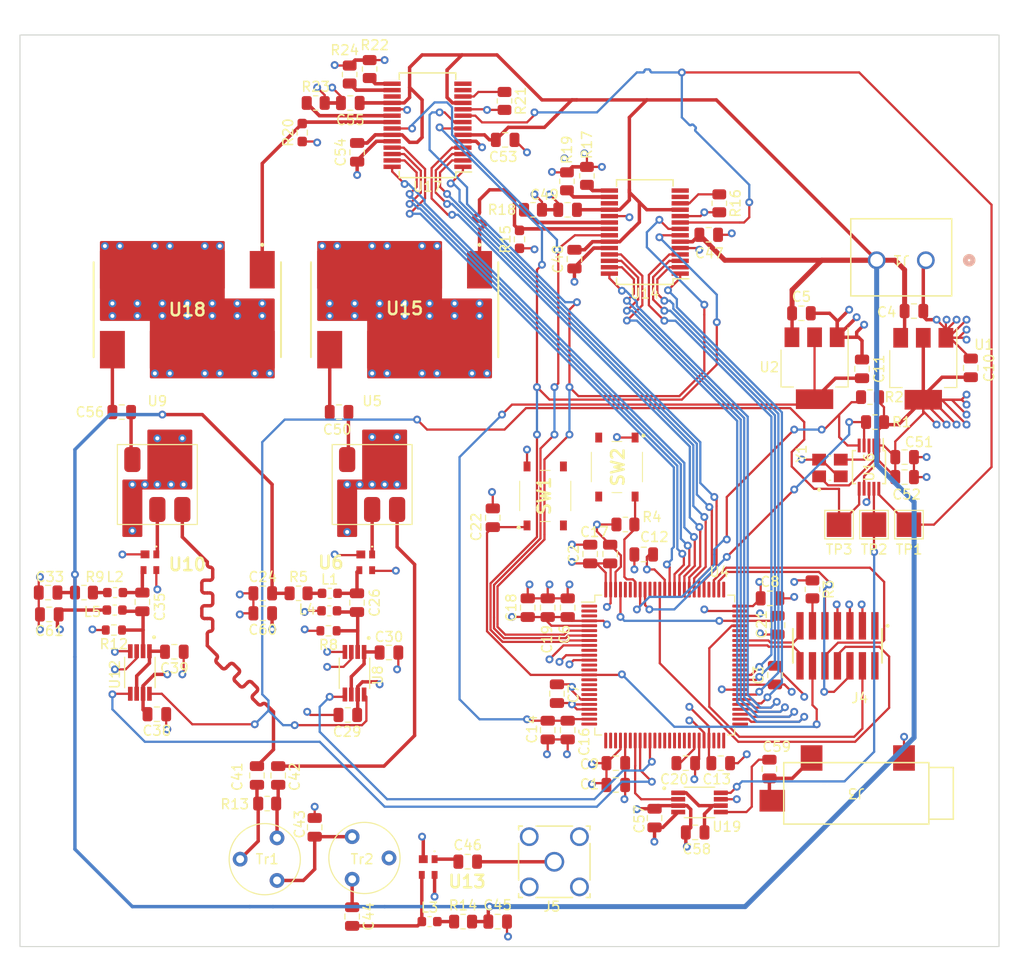
<source format=kicad_pcb>
(kicad_pcb (version 20221018) (generator pcbnew)

  (general
    (thickness 1.57884)
  )

  (paper "A4")
  (layers
    (0 "F.Cu" signal)
    (1 "In1.Cu" signal)
    (2 "In2.Cu" signal)
    (31 "B.Cu" signal)
    (32 "B.Adhes" user "B.Adhesive")
    (33 "F.Adhes" user "F.Adhesive")
    (34 "B.Paste" user)
    (35 "F.Paste" user)
    (36 "B.SilkS" user "B.Silkscreen")
    (37 "F.SilkS" user "F.Silkscreen")
    (38 "B.Mask" user)
    (39 "F.Mask" user)
    (40 "Dwgs.User" user "User.Drawings")
    (41 "Cmts.User" user "User.Comments")
    (42 "Eco1.User" user "User.Eco1")
    (43 "Eco2.User" user "User.Eco2")
    (44 "Edge.Cuts" user)
    (45 "Margin" user)
    (46 "B.CrtYd" user "B.Courtyard")
    (47 "F.CrtYd" user "F.Courtyard")
    (48 "B.Fab" user)
    (49 "F.Fab" user)
    (50 "User.1" user)
    (51 "User.2" user)
    (52 "User.3" user)
    (53 "User.4" user)
    (54 "User.5" user)
    (55 "User.6" user)
    (56 "User.7" user)
    (57 "User.8" user)
    (58 "User.9" user)
  )

  (setup
    (stackup
      (layer "F.SilkS" (type "Top Silk Screen"))
      (layer "F.Paste" (type "Top Solder Paste"))
      (layer "F.Mask" (type "Top Solder Mask") (thickness 0.01))
      (layer "F.Cu" (type "copper") (thickness 0.035))
      (layer "dielectric 1" (type "prepreg") (thickness 0.2104) (material "FR4") (epsilon_r 4.5) (loss_tangent 0.02))
      (layer "In1.Cu" (type "copper") (thickness 0.00152))
      (layer "dielectric 2" (type "core") (thickness 1.065) (material "FR4") (epsilon_r 4.5) (loss_tangent 0.02))
      (layer "In2.Cu" (type "copper") (thickness 0.00152))
      (layer "dielectric 3" (type "prepreg") (thickness 0.2104) (material "FR4") (epsilon_r 4.5) (loss_tangent 0.02))
      (layer "B.Cu" (type "copper") (thickness 0.035))
      (layer "B.Mask" (type "Bottom Solder Mask") (thickness 0.01))
      (layer "B.Paste" (type "Bottom Solder Paste"))
      (layer "B.SilkS" (type "Bottom Silk Screen"))
      (copper_finish "None")
      (dielectric_constraints yes)
    )
    (pad_to_mask_clearance 0)
    (pcbplotparams
      (layerselection 0x00010fc_ffffffff)
      (plot_on_all_layers_selection 0x0000000_00000000)
      (disableapertmacros false)
      (usegerberextensions false)
      (usegerberattributes true)
      (usegerberadvancedattributes true)
      (creategerberjobfile true)
      (dashed_line_dash_ratio 12.000000)
      (dashed_line_gap_ratio 3.000000)
      (svgprecision 4)
      (plotframeref false)
      (viasonmask false)
      (mode 1)
      (useauxorigin false)
      (hpglpennumber 1)
      (hpglpenspeed 20)
      (hpglpendiameter 15.000000)
      (dxfpolygonmode true)
      (dxfimperialunits true)
      (dxfusepcbnewfont true)
      (psnegative false)
      (psa4output false)
      (plotreference true)
      (plotvalue true)
      (plotinvisibletext false)
      (sketchpadsonfab false)
      (subtractmaskfromsilk false)
      (outputformat 1)
      (mirror false)
      (drillshape 1)
      (scaleselection 1)
      (outputdirectory "")
    )
  )

  (net 0 "")
  (net 1 "/frontend/MIX1")
  (net 2 "/frontend/MIX2")
  (net 3 "GND")
  (net 4 "+3.3V")
  (net 5 "+3.3VADC")
  (net 6 "+5V")
  (net 7 "/SIN")
  (net 8 "Net-(U18-RF_OUT)")
  (net 9 "/COS")
  (net 10 "/NRST")
  (net 11 "Net-(U19-COM)")
  (net 12 "/dac_processing/DAC_OUT")
  (net 13 "/TDI")
  (net 14 "/UART_RX")
  (net 15 "/UART_TX")
  (net 16 "Net-(L2-Pad2)")
  (net 17 "Net-(L3-Pad2)")
  (net 18 "/SDA")
  (net 19 "/SCL")
  (net 20 "Net-(U17-IOUT)")
  (net 21 "Net-(U17-RSET)")
  (net 22 "Net-(U17-VINN)")
  (net 23 "Net-(U17-IOUTB)")
  (net 24 "Net-(U17-VINP)")
  (net 25 "/BOOT0")
  (net 26 "/LO_CLK")
  (net 27 "/DAC_CLK")
  (net 28 "unconnected-(U4-PE2-Pad1)")
  (net 29 "unconnected-(U4-PE4-Pad2)")
  (net 30 "unconnected-(U4-PE5-Pad3)")
  (net 31 "/FQ_UD")
  (net 32 "/RESET")
  (net 33 "/W_CLK")
  (net 34 "unconnected-(U4-PC0-Pad16)")
  (net 35 "unconnected-(U4-PC1-Pad17)")
  (net 36 "unconnected-(U4-PC2_C-Pad18)")
  (net 37 "unconnected-(U4-PC3_C-Pad19)")
  (net 38 "unconnected-(U4-VREF+-Pad23)")
  (net 39 "unconnected-(U4-PA0-Pad25)")
  (net 40 "unconnected-(U4-PA1-Pad26)")
  (net 41 "unconnected-(U4-PA2-Pad27)")
  (net 42 "unconnected-(U4-PA3-Pad28)")
  (net 43 "unconnected-(U4-PA4-Pad31)")
  (net 44 "/DAC_IN")
  (net 45 "/ADC1")
  (net 46 "unconnected-(U4-PA7-Pad34)")
  (net 47 "/ADC2")
  (net 48 "unconnected-(U4-PC5-Pad36)")
  (net 49 "unconnected-(U4-PB0-Pad37)")
  (net 50 "unconnected-(U4-PB1-Pad38)")
  (net 51 "unconnected-(U4-PB2-Pad39)")
  (net 52 "unconnected-(U4-PE7-Pad40)")
  (net 53 "unconnected-(U4-PE8-Pad41)")
  (net 54 "unconnected-(U4-PB10-Pad42)")
  (net 55 "unconnected-(U4-PB11-Pad43)")
  (net 56 "unconnected-(U4-PB12-Pad48)")
  (net 57 "unconnected-(U4-PB13-Pad49)")
  (net 58 "unconnected-(U4-PB14-Pad50)")
  (net 59 "unconnected-(U4-PB15-Pad51)")
  (net 60 "/D07")
  (net 61 "/D06")
  (net 62 "/D05")
  (net 63 "/D04")
  (net 64 "/D03")
  (net 65 "/D02")
  (net 66 "/D01")
  (net 67 "/D00")
  (net 68 "unconnected-(U4-PC6-Pad62)")
  (net 69 "unconnected-(U4-PC7-Pad63)")
  (net 70 "unconnected-(U4-PC8-Pad64)")
  (net 71 "unconnected-(U4-PC9-Pad65)")
  (net 72 "unconnected-(U4-PA8-Pad66)")
  (net 73 "unconnected-(U4-PA11-Pad69)")
  (net 74 "unconnected-(U4-PA12-Pad70)")
  (net 75 "/TMS")
  (net 76 "unconnected-(U4-VDD33USB-Pad76)")
  (net 77 "/TCLK")
  (net 78 "unconnected-(U4-PC10-Pad79)")
  (net 79 "/D10")
  (net 80 "/D11")
  (net 81 "/D12")
  (net 82 "/D13")
  (net 83 "/D14")
  (net 84 "/D15")
  (net 85 "/D16")
  (net 86 "/D17")
  (net 87 "/TDO")
  (net 88 "unconnected-(U4-PB4(NJTRST)-Pad90)")
  (net 89 "unconnected-(U4-PB5-Pad91)")
  (net 90 "unconnected-(U4-PB8-Pad95)")
  (net 91 "unconnected-(U4-PB9-Pad96)")
  (net 92 "unconnected-(U17-VOUTN-Pad13)")
  (net 93 "unconnected-(U17-VOUTP-Pad14)")
  (net 94 "unconnected-(U17-DACBP-Pad17)")
  (net 95 "unconnected-(U4-VLXSMPS-Pad10)")
  (net 96 "Net-(C20-Pad1)")
  (net 97 "Net-(C21-Pad1)")
  (net 98 "Net-(U8-IN)")
  (net 99 "Net-(U6-OUT)")
  (net 100 "Net-(U8-COM)")
  (net 101 "Net-(U12-IN)")
  (net 102 "Net-(U10-OUT)")
  (net 103 "Net-(U12-COM)")
  (net 104 "Net-(C41-Pad2)")
  (net 105 "Net-(C42-Pad2)")
  (net 106 "Net-(C43-Pad1)")
  (net 107 "Net-(C44-Pad1)")
  (net 108 "Net-(U13-OUT)")
  (net 109 "Net-(U13-IN)")
  (net 110 "Net-(J5-In)")
  (net 111 "Net-(U15-RF_OUT)")
  (net 112 "unconnected-(J4-Pin_1-Pad1)")
  (net 113 "unconnected-(J4-Pin_2-Pad2)")
  (net 114 "Net-(J4-Pin_11)")
  (net 115 "Net-(L1-Pad2)")
  (net 116 "Net-(U14-IOUT)")
  (net 117 "Net-(U14-RSET)")
  (net 118 "Net-(U14-VINN)")
  (net 119 "Net-(U14-IOUTB)")
  (net 120 "Net-(U14-VINP)")
  (net 121 "Net-(U5-IF)")
  (net 122 "Net-(U10-IN)")
  (net 123 "unconnected-(U14-VOUTN-Pad13)")
  (net 124 "unconnected-(U14-VOUTP-Pad14)")
  (net 125 "unconnected-(U14-DACBP-Pad17)")
  (net 126 "Net-(U16-XA)")
  (net 127 "Net-(U16-XB)")
  (net 128 "Net-(C59-Pad2)")
  (net 129 "/MIXER_CLK")
  (net 130 "unconnected-(U4-PH1-Pad14)")
  (net 131 "unconnected-(U4-PH0-Pad13)")

  (footprint "Capacitor_SMD:C_0805_2012Metric" (layer "F.Cu") (at 204.708 77.356))

  (footprint "Capacitor_SMD:C_0805_2012Metric" (layer "F.Cu") (at 126.238 106.934 90))

  (footprint "Capacitor_SMD:C_0805_2012Metric" (layer "F.Cu") (at 127.712 118.354 180))

  (footprint "Capacitor_SMD:C_0805_2012Metric" (layer "F.Cu") (at 169.494816 119.967184 -90))

  (footprint "Resistor_SMD:R_0805_2012Metric" (layer "F.Cu") (at 120.2965 105.984 180))

  (footprint "Inductor_SMD:L_0603_1608Metric" (layer "F.Cu") (at 123.4185 107.762 180))

  (footprint "Capacitor_SMD:C_0805_2012Metric" (layer "F.Cu") (at 151.318 112.08 180))

  (footprint "TestPoint:TestPoint_Pad_2.5x2.5mm" (layer "F.Cu") (at 197.088 99.076 -90))

  (footprint "footprints:SCLF65" (layer "F.Cu") (at 152.908 77.217 180))

  (footprint "Capacitor_SMD:C_0805_2012Metric" (layer "F.Cu") (at 182.45691 130.376184))

  (footprint "footprints:SCLF65" (layer "F.Cu") (at 130.81 77.215 180))

  (footprint "Capacitor_SMD:C_0805_2012Metric" (layer "F.Cu") (at 138.48 106.06 180))

  (footprint "Capacitor_SMD:C_0805_2012Metric" (layer "F.Cu") (at 174.386816 123.335184 180))

  (footprint "TestPoint:TestPoint_Pad_2.5x2.5mm" (layer "F.Cu") (at 200.644 99.076 -90))

  (footprint "Package_TO_SOT_SMD:SOT-223-3_TabPin2" (layer "F.Cu") (at 194.6 83.168 -90))

  (footprint "footprints:MAX7413CUA+" (layer "F.Cu") (at 125.984 114.112 -90))

  (footprint "Capacitor_SMD:C_0805_2012Metric" (layer "F.Cu") (at 129.49 112.004 180))

  (footprint "Capacitor_SMD:C_0805_2012Metric" (layer "F.Cu") (at 178.32691 128.918184 -90))

  (footprint "Package_QFP:LQFP-100_14x14mm_P0.5mm" (layer "F.Cu") (at 179.360816 113.357184))

  (footprint "Capacitor_SMD:C_0805_2012Metric" (layer "F.Cu") (at 169.484 67.058001))

  (footprint "Capacitor_SMD:C_0805_2012Metric" (layer "F.Cu") (at 203.758 92.21))

  (footprint "Capacitor_SMD:C_0805_2012Metric" (layer "F.Cu") (at 143.764 129.86 90))

  (footprint "Capacitor_SMD:C_0805_2012Metric" (layer "F.Cu") (at 183.835 69.597999))

  (footprint "Package_SO:MSOP-10_3x3mm_P0.5mm" (layer "F.Cu") (at 200.136 93.226 -90))

  (footprint "Capacitor_SMD:C_0805_2012Metric" (layer "F.Cu") (at 169.494816 107.521184 90))

  (footprint "Resistor_SMD:R_0603_1608Metric_Pad0.98x0.95mm_HandSolder" (layer "F.Cu") (at 164.592 70.05975 90))

  (footprint "Resistor_SMD:R_0805_2012Metric" (layer "F.Cu") (at 184.912 66.3975 -90))

  (footprint "footprints:CONN_RF2-04A-T-00-50-G_ADM" (layer "F.Cu") (at 168.1353 133.3627))

  (footprint "Capacitor_SMD:C_0805_2012Metric" (layer "F.Cu") (at 124.14 87.63))

  (footprint "Capacitor_SMD:C_0805_2012Metric" (layer "F.Cu") (at 168.402 116.266 -90))

  (footprint "Inductor_SMD:L_0603_1608Metric" (layer "F.Cu") (at 155.448 139.446))

  (footprint "Capacitor_SMD:C_0805_2012Metric" (layer "F.Cu") (at 162.372 139.446))

  (footprint "Capacitor_SMD:C_0805_2012Metric" (layer "F.Cu") (at 147.132 118.43))

  (footprint "Capacitor_SMD:C_0805_2012Metric" (layer "F.Cu") (at 203.758 94.242))

  (footprint "Resistor_SMD:R_0805_2012Metric" (layer "F.Cu") (at 163.068 55.9835 -90))

  (footprint "Capacitor_SMD:C_0805_2012Metric" (layer "F.Cu") (at 148.066 107.01 90))

  (footprint "Capacitor_SMD:C_0805_2012Metric" (layer "F.Cu") (at 177.226 102.108 180))

  (footprint "Capacitor_SMD:C_0805_2012Metric" (layer "F.Cu") (at 193.264 77.58))

  (footprint "footprints:XTAL_ABM8G-25.000MHZ-4Y-T3" (layer "F.Cu") (at 196.164 93.314 90))

  (footprint "Capacitor_SMD:C_0805_2012Metric" (layer "F.Cu") (at 210.484 83.132 90))

  (footprint "Capacitor_SMD:C_0805_2012Metric" (layer "F.Cu") (at 190.068816 106.571184))

  (footprint "Capacitor_SMD:C_0805_2012Metric" (layer "F.Cu") (at 147.573999 138.931937 -90))

  (footprint "Resistor_SMD:R_0805_2012Metric" (layer "F.Cu") (at 147.32 53.298501 90))

  (footprint "Capacitor_SMD:C_0805_2012Metric" (layer "F.Cu") (at 148.082 61.21 90))

  (footprint "Capacitor_SMD:C_0805_2012Metric" (layer "F.Cu") (at 181.498816 123.335184))

  (footprint "Resistor_SMD:R_0805_2012Metric" (layer "F.Cu")
    (tstamp 71ed4449-fe83-4be8-a55b-cf05764e1460)
    (at 171.45 63.605501 90)
    (descr "Resistor SMD 0805 (2012 Metric), square (rectangular) end terminal, IPC_7351 nominal, (Body size source: IPC-SM-782 page 72, https://www.pcb-3d.com/wordpress/wp-content/uploads/ipc-sm-782a_amendment_1_and_2.pdf), generated with kicad-footprint-generator")
    (tags "resistor")
    (property "Sheetfile" "local_oscillator.kicad_sch")
    (property "Sheetname" "LO1")
    (property "ki_description" "Resistor")
    (property "ki_keywords" "R res resistor")
    (path "/7ba80321-1d1d-4032-a2ce-d86c8a1f2486/427b9693-7305-490d-ad6c-da57f2d5bfff")
    (attr smd)
    (fp_text reference "R17" (at 3.153501 0 90) (layer "F.SilkS")
        (effects (font (size 1 1) (thickness 0.15)))
      (tstamp e47c6d36-bdb1-41ec-b55c-4666e9b756e2)
    )
    (fp_text value "1K" (at 0 1.65 90) (layer "F.Fab")
        (effects (font (size 1 1) (thickness 0.15)))
      (tstamp 97cbcb17-2d10-4f14-a423-2dfa757064e4)
    )
    (fp_text user "${REFERENCE}" (at 0 0 90) (layer "F.Fab")
        (effects (font (size 0.5 0.5) (thickness 0.08)))
      (tstamp f1cc9b8a-8069-4efa-ac8f-5997757c9d26)
    )
    (fp_line (start -0.227064 -0.735) (end 0.227064 -0.735)
      (stroke (width 0.12) (type solid)) (layer "F.SilkS") (tstamp 9912361c-d37c-4801-8855-bfb814641940))
    (fp_line (start -0.227064 0.735) (end 0.227064 0.735)
      (stroke (width 0.12) (type solid)) (layer "F.SilkS") (tstamp 3962a452-e271-43b2-b250-cd5b25dd0d18))
    (fp_line (start -1.68 -0.95) (end 1.68 -0.95)
      (stroke (width 0.05) (type solid)) (layer "F.CrtYd") (tstamp e3ebce0d-f84a-475e-8b3a-bb883f1f7681))
    (fp_line (start -1.68 0.95) (end -1.68 -0.95)
      (stroke (width 0.05) (type solid)) (layer "F.CrtYd") (tstamp a4c08b95-f129-49f7-9c72-94d740c16fbd))
    (fp_line (start 1.68 -0.95) (end 1.68 0.95)
      (stroke (width 0.05) (type solid)) (layer "F.CrtYd") (tstamp 29574a79-8566-4c65-8eae-3f4e879f4c4a))
    (fp_line (start 1.68 0.95) (end -1.68 0.95)
      (stroke (width 0.05) (type solid)) (layer "F.
... [970263 chars truncated]
</source>
